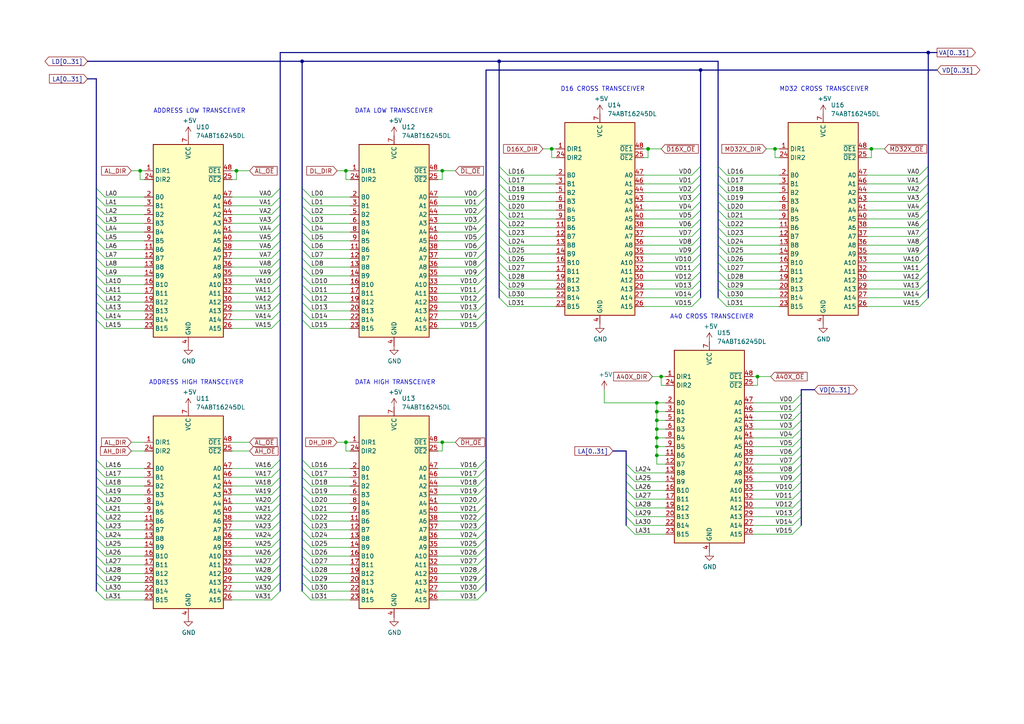
<source format=kicad_sch>
(kicad_sch (version 20231120) (generator "eeschema") (generator_version "8.0")
  (paper "A4")
  (title_block (title "k30-VME32") (rev "1"))
  (junction (at 190.5 124.46))
  (junction (at 224.79 43.18))
  (junction (at 190.5 132.08))
  (junction (at 187.96 43.18))
  (junction (at 128.27 128.27))
  (junction (at 190.5 129.54))
  (junction (at 190.5 119.38))
  (junction (at 100.33 49.53))
  (junction (at 128.27 49.53))
  (junction (at 87.63 17.78))
  (junction (at 269.24 15.24))
  (junction (at 190.5 116.84))
  (junction (at 68.58 49.53))
  (junction (at 191.77 109.22))
  (junction (at 252.73 43.18))
  (junction (at 219.71 109.22))
  (junction (at 203.2 20.32))
  (junction (at 100.33 128.27))
  (junction (at 144.78 17.78))
  (junction (at 190.5 127))
  (junction (at 190.5 121.92))
  (junction (at 40.64 49.53))
  (junction (at 160.02 43.18))
  (bus_entry (at 138.43 72.39) (size 2.54 -2.54))
  (bus_entry (at 78.74 95.25) (size 2.54 -2.54))
  (bus_entry (at 30.48 151.13) (size -2.54 -2.54))
  (bus_entry (at 210.82 53.34) (size -2.54 -2.54))
  (bus_entry (at 90.17 166.37) (size -2.54 -2.54))
  (bus_entry (at 229.87 154.94) (size 2.54 -2.54))
  (bus_entry (at 90.17 77.47) (size -2.54 -2.54))
  (bus_entry (at 138.43 77.47) (size 2.54 -2.54))
  (bus_entry (at 30.48 82.55) (size -2.54 -2.54))
  (bus_entry (at 90.17 140.97) (size -2.54 -2.54))
  (bus_entry (at 138.43 67.31) (size 2.54 -2.54))
  (bus_entry (at 266.7 78.74) (size 2.54 -2.54))
  (bus_entry (at 200.66 83.82) (size 2.54 -2.54))
  (bus_entry (at 90.17 168.91) (size -2.54 -2.54))
  (bus_entry (at 90.17 151.13) (size -2.54 -2.54))
  (bus_entry (at 147.32 83.82) (size -2.54 -2.54))
  (bus_entry (at 210.82 76.2) (size -2.54 -2.54))
  (bus_entry (at 138.43 87.63) (size 2.54 -2.54))
  (bus_entry (at 229.87 129.54) (size 2.54 -2.54))
  (bus_entry (at 147.32 55.88) (size -2.54 -2.54))
  (bus_entry (at 78.74 62.23) (size 2.54 -2.54))
  (bus_entry (at 90.17 67.31) (size -2.54 -2.54))
  (bus_entry (at 138.43 80.01) (size 2.54 -2.54))
  (bus_entry (at 210.82 60.96) (size -2.54 -2.54))
  (bus_entry (at 78.74 158.75) (size 2.54 -2.54))
  (bus_entry (at 90.17 64.77) (size -2.54 -2.54))
  (bus_entry (at 30.48 153.67) (size -2.54 -2.54))
  (bus_entry (at 30.48 146.05) (size -2.54 -2.54))
  (bus_entry (at 229.87 127) (size 2.54 -2.54))
  (bus_entry (at 78.74 148.59) (size 2.54 -2.54))
  (bus_entry (at 30.48 80.01) (size -2.54 -2.54))
  (bus_entry (at 138.43 62.23) (size 2.54 -2.54))
  (bus_entry (at 147.32 66.04) (size -2.54 -2.54))
  (bus_entry (at 229.87 121.92) (size 2.54 -2.54))
  (bus_entry (at 210.82 73.66) (size -2.54 -2.54))
  (bus_entry (at 200.66 50.8) (size 2.54 -2.54))
  (bus_entry (at 147.32 76.2) (size -2.54 -2.54))
  (bus_entry (at 147.32 78.74) (size -2.54 -2.54))
  (bus_entry (at 266.7 50.8) (size 2.54 -2.54))
  (bus_entry (at 229.87 137.16) (size 2.54 -2.54))
  (bus_entry (at 30.48 87.63) (size -2.54 -2.54))
  (bus_entry (at 229.87 134.62) (size 2.54 -2.54))
  (bus_entry (at 200.66 55.88) (size 2.54 -2.54))
  (bus_entry (at 266.7 73.66) (size 2.54 -2.54))
  (bus_entry (at 78.74 163.83) (size 2.54 -2.54))
  (bus_entry (at 200.66 63.5) (size 2.54 -2.54))
  (bus_entry (at 147.32 53.34) (size -2.54 -2.54))
  (bus_entry (at 30.48 173.99) (size -2.54 -2.54))
  (bus_entry (at 138.43 163.83) (size 2.54 -2.54))
  (bus_entry (at 147.32 73.66) (size -2.54 -2.54))
  (bus_entry (at 147.32 68.58) (size -2.54 -2.54))
  (bus_entry (at 229.87 144.78) (size 2.54 -2.54))
  (bus_entry (at 30.48 161.29) (size -2.54 -2.54))
  (bus_entry (at 78.74 143.51) (size 2.54 -2.54))
  (bus_entry (at 90.17 90.17) (size -2.54 -2.54))
  (bus_entry (at 210.82 58.42) (size -2.54 -2.54))
  (bus_entry (at 78.74 161.29) (size 2.54 -2.54))
  (bus_entry (at 210.82 63.5) (size -2.54 -2.54))
  (bus_entry (at 138.43 140.97) (size 2.54 -2.54))
  (bus_entry (at 78.74 59.69) (size 2.54 -2.54))
  (bus_entry (at 147.32 63.5) (size -2.54 -2.54))
  (bus_entry (at 210.82 71.12) (size -2.54 -2.54))
  (bus_entry (at 138.43 153.67) (size 2.54 -2.54))
  (bus_entry (at 138.43 168.91) (size 2.54 -2.54))
  (bus_entry (at 90.17 135.89) (size -2.54 -2.54))
  (bus_entry (at 90.17 72.39) (size -2.54 -2.54))
  (bus_entry (at 200.66 53.34) (size 2.54 -2.54))
  (bus_entry (at 78.74 140.97) (size 2.54 -2.54))
  (bus_entry (at 184.15 152.4) (size -2.54 -2.54))
  (bus_entry (at 266.7 60.96) (size 2.54 -2.54))
  (bus_entry (at 30.48 62.23) (size -2.54 -2.54))
  (bus_entry (at 138.43 95.25) (size 2.54 -2.54))
  (bus_entry (at 78.74 64.77) (size 2.54 -2.54))
  (bus_entry (at 78.74 166.37) (size 2.54 -2.54))
  (bus_entry (at 30.48 85.09) (size -2.54 -2.54))
  (bus_entry (at 30.48 64.77) (size -2.54 -2.54))
  (bus_entry (at 78.74 77.47) (size 2.54 -2.54))
  (bus_entry (at 138.43 146.05) (size 2.54 -2.54))
  (bus_entry (at 184.15 137.16) (size -2.54 -2.54))
  (bus_entry (at 78.74 69.85) (size 2.54 -2.54))
  (bus_entry (at 229.87 152.4) (size 2.54 -2.54))
  (bus_entry (at 30.48 92.71) (size -2.54 -2.54))
  (bus_entry (at 90.17 87.63) (size -2.54 -2.54))
  (bus_entry (at 78.74 57.15) (size 2.54 -2.54))
  (bus_entry (at 147.32 86.36) (size -2.54 -2.54))
  (bus_entry (at 200.66 73.66) (size 2.54 -2.54))
  (bus_entry (at 78.74 168.91) (size 2.54 -2.54))
  (bus_entry (at 78.74 74.93) (size 2.54 -2.54))
  (bus_entry (at 90.17 57.15) (size -2.54 -2.54))
  (bus_entry (at 90.17 80.01) (size -2.54 -2.54))
  (bus_entry (at 138.43 173.99) (size 2.54 -2.54))
  (bus_entry (at 90.17 158.75) (size -2.54 -2.54))
  (bus_entry (at 138.43 171.45) (size 2.54 -2.54))
  (bus_entry (at 30.48 95.25) (size -2.54 -2.54))
  (bus_entry (at 200.66 71.12) (size 2.54 -2.54))
  (bus_entry (at 138.43 82.55) (size 2.54 -2.54))
  (bus_entry (at 184.15 139.7) (size -2.54 -2.54))
  (bus_entry (at 138.43 69.85) (size 2.54 -2.54))
  (bus_entry (at 266.7 71.12) (size 2.54 -2.54))
  (bus_entry (at 184.15 144.78) (size -2.54 -2.54))
  (bus_entry (at 90.17 82.55) (size -2.54 -2.54))
  (bus_entry (at 78.74 138.43) (size 2.54 -2.54))
  (bus_entry (at 30.48 59.69) (size -2.54 -2.54))
  (bus_entry (at 78.74 151.13) (size 2.54 -2.54))
  (bus_entry (at 78.74 173.99) (size 2.54 -2.54))
  (bus_entry (at 266.7 58.42) (size 2.54 -2.54))
  (bus_entry (at 30.48 74.93) (size -2.54 -2.54))
  (bus_entry (at 90.17 171.45) (size -2.54 -2.54))
  (bus_entry (at 210.82 50.8) (size -2.54 -2.54))
  (bus_entry (at 200.66 86.36) (size 2.54 -2.54))
  (bus_entry (at 138.43 90.17) (size 2.54 -2.54))
  (bus_entry (at 184.15 154.94) (size -2.54 -2.54))
  (bus_entry (at 138.43 161.29) (size 2.54 -2.54))
  (bus_entry (at 229.87 139.7) (size 2.54 -2.54))
  (bus_entry (at 30.48 69.85) (size -2.54 -2.54))
  (bus_entry (at 210.82 68.58) (size -2.54 -2.54))
  (bus_entry (at 138.43 158.75) (size 2.54 -2.54))
  (bus_entry (at 90.17 163.83) (size -2.54 -2.54))
  (bus_entry (at 200.66 81.28) (size 2.54 -2.54))
  (bus_entry (at 138.43 85.09) (size 2.54 -2.54))
  (bus_entry (at 30.48 163.83) (size -2.54 -2.54))
  (bus_entry (at 147.32 88.9) (size -2.54 -2.54))
  (bus_entry (at 266.7 68.58) (size 2.54 -2.54))
  (bus_entry (at 30.48 168.91) (size -2.54 -2.54))
  (bus_entry (at 30.48 138.43) (size -2.54 -2.54))
  (bus_entry (at 78.74 85.09) (size 2.54 -2.54))
  (bus_entry (at 210.82 81.28) (size -2.54 -2.54))
  (bus_entry (at 138.43 156.21) (size 2.54 -2.54))
  (bus_entry (at 266.7 53.34) (size 2.54 -2.54))
  (bus_entry (at 266.7 86.36) (size 2.54 -2.54))
  (bus_entry (at 210.82 55.88) (size -2.54 -2.54))
  (bus_entry (at 229.87 119.38) (size 2.54 -2.54))
  (bus_entry (at 229.87 116.84) (size 2.54 -2.54))
  (bus_entry (at 78.74 171.45) (size 2.54 -2.54))
  (bus_entry (at 266.7 66.04) (size 2.54 -2.54))
  (bus_entry (at 229.87 142.24) (size 2.54 -2.54))
  (bus_entry (at 138.43 143.51) (size 2.54 -2.54))
  (bus_entry (at 138.43 74.93) (size 2.54 -2.54))
  (bus_entry (at 30.48 158.75) (size -2.54 -2.54))
  (bus_entry (at 138.43 148.59) (size 2.54 -2.54))
  (bus_entry (at 138.43 59.69) (size 2.54 -2.54))
  (bus_entry (at 30.48 171.45) (size -2.54 -2.54))
  (bus_entry (at 90.17 69.85) (size -2.54 -2.54))
  (bus_entry (at 90.17 85.09) (size -2.54 -2.54))
  (bus_entry (at 78.74 146.05) (size 2.54 -2.54))
  (bus_entry (at 90.17 74.93) (size -2.54 -2.54))
  (bus_entry (at 90.17 138.43) (size -2.54 -2.54))
  (bus_entry (at 30.48 72.39) (size -2.54 -2.54))
  (bus_entry (at 266.7 76.2) (size 2.54 -2.54))
  (bus_entry (at 200.66 58.42) (size 2.54 -2.54))
  (bus_entry (at 147.32 60.96) (size -2.54 -2.54))
  (bus_entry (at 147.32 81.28) (size -2.54 -2.54))
  (bus_entry (at 30.48 140.97) (size -2.54 -2.54))
  (bus_entry (at 30.48 143.51) (size -2.54 -2.54))
  (bus_entry (at 229.87 132.08) (size 2.54 -2.54))
  (bus_entry (at 266.7 83.82) (size 2.54 -2.54))
  (bus_entry (at 138.43 135.89) (size 2.54 -2.54))
  (bus_entry (at 78.74 87.63) (size 2.54 -2.54))
  (bus_entry (at 90.17 92.71) (size -2.54 -2.54))
  (bus_entry (at 184.15 149.86) (size -2.54 -2.54))
  (bus_entry (at 229.87 124.46) (size 2.54 -2.54))
  (bus_entry (at 200.66 60.96) (size 2.54 -2.54))
  (bus_entry (at 30.48 90.17) (size -2.54 -2.54))
  (bus_entry (at 30.48 67.31) (size -2.54 -2.54))
  (bus_entry (at 30.48 57.15) (size -2.54 -2.54))
  (bus_entry (at 200.66 76.2) (size 2.54 -2.54))
  (bus_entry (at 184.15 147.32) (size -2.54 -2.54))
  (bus_entry (at 30.48 156.21) (size -2.54 -2.54))
  (bus_entry (at 138.43 57.15) (size 2.54 -2.54))
  (bus_entry (at 78.74 135.89) (size 2.54 -2.54))
  (bus_entry (at 210.82 83.82) (size -2.54 -2.54))
  (bus_entry (at 90.17 161.29) (size -2.54 -2.54))
  (bus_entry (at 147.32 71.12) (size -2.54 -2.54))
  (bus_entry (at 266.7 88.9) (size 2.54 -2.54))
  (bus_entry (at 266.7 81.28) (size 2.54 -2.54))
  (bus_entry (at 90.17 173.99) (size -2.54 -2.54))
  (bus_entry (at 90.17 153.67) (size -2.54 -2.54))
  (bus_entry (at 210.82 66.04) (size -2.54 -2.54))
  (bus_entry (at 266.7 55.88) (size 2.54 -2.54))
  (bus_entry (at 78.74 92.71) (size 2.54 -2.54))
  (bus_entry (at 90.17 146.05) (size -2.54 -2.54))
  (bus_entry (at 210.82 86.36) (size -2.54 -2.54))
  (bus_entry (at 90.17 156.21) (size -2.54 -2.54))
  (bus_entry (at 78.74 90.17) (size 2.54 -2.54))
  (bus_entry (at 138.43 138.43) (size 2.54 -2.54))
  (bus_entry (at 229.87 149.86) (size 2.54 -2.54))
  (bus_entry (at 200.66 66.04) (size 2.54 -2.54))
  (bus_entry (at 200.66 78.74) (size 2.54 -2.54))
  (bus_entry (at 90.17 62.23) (size -2.54 -2.54))
  (bus_entry (at 30.48 166.37) (size -2.54 -2.54))
  (bus_entry (at 210.82 88.9) (size -2.54 -2.54))
  (bus_entry (at 200.66 88.9) (size 2.54 -2.54))
  (bus_entry (at 200.66 68.58) (size 2.54 -2.54))
  (bus_entry (at 90.17 59.69) (size -2.54 -2.54))
  (bus_entry (at 78.74 156.21) (size 2.54 -2.54))
  (bus_entry (at 184.15 142.24) (size -2.54 -2.54))
  (bus_entry (at 210.82 78.74) (size -2.54 -2.54))
  (bus_entry (at 90.17 148.59) (size -2.54 -2.54))
  (bus_entry (at 229.87 147.32) (size 2.54 -2.54))
  (bus_entry (at 138.43 166.37) (size 2.54 -2.54))
  (bus_entry (at 78.74 153.67) (size 2.54 -2.54))
  (bus_entry (at 90.17 95.25) (size -2.54 -2.54))
  (bus_entry (at 138.43 151.13) (size 2.54 -2.54))
  (bus_entry (at 78.74 80.01) (size 2.54 -2.54))
  (bus_entry (at 147.32 58.42) (size -2.54 -2.54))
  (bus_entry (at 266.7 63.5) (size 2.54 -2.54))
  (bus_entry (at 138.43 64.77) (size 2.54 -2.54))
  (bus_entry (at 30.48 135.89) (size -2.54 -2.54))
  (bus_entry (at 78.74 72.39) (size 2.54 -2.54))
  (bus_entry (at 30.48 148.59) (size -2.54 -2.54))
  (bus_entry (at 90.17 143.51) (size -2.54 -2.54))
  (bus_entry (at 78.74 67.31) (size 2.54 -2.54))
  (bus_entry (at 138.43 92.71) (size 2.54 -2.54))
  (bus_entry (at 30.48 77.47) (size -2.54 -2.54))
  (bus_entry (at 78.74 82.55) (size 2.54 -2.54))
  (bus_entry (at 147.32 50.8) (size -2.54 -2.54))
  (bus (pts (xy 27.94 166.37) (xy 27.94 168.91)))
  (wire (pts (xy 41.91 148.59) (xy 30.48 148.59)))
  (bus (pts (xy 87.63 64.77) (xy 87.63 67.31)))
  (bus (pts (xy 87.63 143.51) (xy 87.63 146.05)))
  (wire (pts (xy 218.44 154.94) (xy 229.87 154.94)))
  (wire (pts (xy 218.44 152.4) (xy 229.87 152.4)))
  (wire (pts (xy 251.46 55.88) (xy 266.7 55.88)))
  (bus (pts (xy 27.94 163.83) (xy 27.94 166.37)))
  (bus (pts (xy 140.97 77.47) (xy 140.97 80.01)))
  (bus (pts (xy 81.28 163.83) (xy 81.28 166.37)))
  (bus (pts (xy 269.24 50.8) (xy 269.24 53.34)))
  (bus (pts (xy 140.97 156.21) (xy 140.97 158.75)))
  (bus (pts (xy 208.28 58.42) (xy 208.28 55.88)))
  (bus (pts (xy 269.24 81.28) (xy 269.24 83.82)))
  (wire (pts (xy 251.46 88.9) (xy 266.7 88.9)))
  (wire (pts (xy 101.6 52.07) (xy 100.33 52.07)))
  (wire (pts (xy 100.33 49.53) (xy 101.6 49.53)))
  (bus (pts (xy 87.63 77.47) (xy 87.63 80.01)))
  (wire (pts (xy 193.04 154.94) (xy 184.15 154.94)))
  (bus (pts (xy 81.28 15.24) (xy 81.28 54.61)))
  (bus (pts (xy 87.63 163.83) (xy 87.63 166.37)))
  (wire (pts (xy 101.6 168.91) (xy 90.17 168.91)))
  (wire (pts (xy 127 166.37) (xy 138.43 166.37)))
  (wire (pts (xy 67.31 171.45) (xy 78.74 171.45)))
  (wire (pts (xy 67.31 72.39) (xy 78.74 72.39)))
  (wire (pts (xy 100.33 130.81) (xy 100.33 128.27)))
  (wire (pts (xy 186.69 86.36) (xy 200.66 86.36)))
  (wire (pts (xy 78.74 163.83) (xy 67.31 163.83)))
  (wire (pts (xy 184.15 137.16) (xy 193.04 137.16)))
  (wire (pts (xy 90.17 156.21) (xy 101.6 156.21)))
  (wire (pts (xy 251.46 53.34) (xy 266.7 53.34)))
  (wire (pts (xy 41.91 171.45) (xy 30.48 171.45)))
  (wire (pts (xy 41.91 74.93) (xy 30.48 74.93)))
  (wire (pts (xy 147.32 58.42) (xy 161.29 58.42)))
  (wire (pts (xy 127 140.97) (xy 138.43 140.97)))
  (wire (pts (xy 138.43 163.83) (xy 127 163.83)))
  (wire (pts (xy 78.74 64.77) (xy 67.31 64.77)))
  (wire (pts (xy 190.5 116.84) (xy 190.5 119.38)))
  (wire (pts (xy 161.29 60.96) (xy 147.32 60.96)))
  (wire (pts (xy 138.43 85.09) (xy 127 85.09)))
  (bus (pts (xy 140.97 148.59) (xy 140.97 151.13)))
  (bus (pts (xy 87.63 156.21) (xy 87.63 158.75)))
  (bus (pts (xy 87.63 57.15) (xy 87.63 59.69)))
  (bus (pts (xy 208.28 50.8) (xy 208.28 48.26)))
  (bus (pts (xy 208.28 53.34) (xy 208.28 50.8)))
  (bus (pts (xy 87.63 92.71) (xy 87.63 133.35)))
  (wire (pts (xy 218.44 124.46) (xy 229.87 124.46)))
  (bus (pts (xy 232.41 144.78) (xy 232.41 147.32)))
  (bus (pts (xy 81.28 62.23) (xy 81.28 64.77)))
  (wire (pts (xy 218.44 134.62) (xy 229.87 134.62)))
  (wire (pts (xy 67.31 49.53) (xy 68.58 49.53)))
  (wire (pts (xy 186.69 88.9) (xy 200.66 88.9)))
  (wire (pts (xy 161.29 55.88) (xy 147.32 55.88)))
  (wire (pts (xy 187.96 45.72) (xy 187.96 43.18)))
  (wire (pts (xy 100.33 52.07) (xy 100.33 49.53)))
  (wire (pts (xy 210.82 71.12) (xy 226.06 71.12)))
  (wire (pts (xy 127 67.31) (xy 138.43 67.31)))
  (bus (pts (xy 203.2 50.8) (xy 203.2 53.34)))
  (wire (pts (xy 67.31 153.67) (xy 78.74 153.67)))
  (bus (pts (xy 232.41 129.54) (xy 232.41 132.08)))
  (wire (pts (xy 193.04 152.4) (xy 184.15 152.4)))
  (wire (pts (xy 189.23 109.22) (xy 191.77 109.22)))
  (wire (pts (xy 127 62.23) (xy 138.43 62.23)))
  (bus (pts (xy 140.97 20.32) (xy 203.2 20.32)))
  (wire (pts (xy 210.82 58.42) (xy 226.06 58.42)))
  (bus (pts (xy 27.94 54.61) (xy 27.94 57.15)))
  (wire (pts (xy 41.91 87.63) (xy 30.48 87.63)))
  (wire (pts (xy 161.29 53.34) (xy 147.32 53.34)))
  (bus (pts (xy 269.24 15.24) (xy 81.28 15.24)))
  (bus (pts (xy 208.28 66.04) (xy 208.28 63.5)))
  (wire (pts (xy 67.31 74.93) (xy 78.74 74.93)))
  (bus (pts (xy 81.28 168.91) (xy 81.28 171.45)))
  (bus (pts (xy 144.78 53.34) (xy 144.78 55.88)))
  (bus (pts (xy 144.78 17.78) (xy 144.78 48.26)))
  (bus (pts (xy 208.28 73.66) (xy 208.28 71.12)))
  (wire (pts (xy 68.58 52.07) (xy 68.58 49.53)))
  (wire (pts (xy 226.06 88.9) (xy 210.82 88.9)))
  (wire (pts (xy 251.46 83.82) (xy 266.7 83.82)))
  (bus (pts (xy 87.63 146.05) (xy 87.63 148.59)))
  (bus (pts (xy 203.2 63.5) (xy 203.2 66.04)))
  (wire (pts (xy 127 173.99) (xy 138.43 173.99)))
  (wire (pts (xy 78.74 156.21) (xy 67.31 156.21)))
  (wire (pts (xy 226.06 63.5) (xy 210.82 63.5)))
  (bus (pts (xy 208.28 76.2) (xy 208.28 73.66)))
  (wire (pts (xy 219.71 111.76) (xy 219.71 109.22)))
  (bus (pts (xy 27.94 57.15) (xy 27.94 59.69)))
  (bus (pts (xy 269.24 63.5) (xy 269.24 66.04)))
  (wire (pts (xy 67.31 168.91) (xy 78.74 168.91)))
  (bus (pts (xy 27.94 62.23) (xy 27.94 64.77)))
  (wire (pts (xy 190.5 124.46) (xy 190.5 127)))
  (bus (pts (xy 27.94 161.29) (xy 27.94 163.83)))
  (bus (pts (xy 81.28 153.67) (xy 81.28 156.21)))
  (bus (pts (xy 144.78 50.8) (xy 144.78 53.34)))
  (wire (pts (xy 218.44 132.08) (xy 229.87 132.08)))
  (bus (pts (xy 232.41 121.92) (xy 232.41 124.46)))
  (bus (pts (xy 87.63 69.85) (xy 87.63 72.39)))
  (wire (pts (xy 160.02 43.18) (xy 161.29 43.18)))
  (bus (pts (xy 181.61 144.78) (xy 181.61 142.24)))
  (bus (pts (xy 181.61 142.24) (xy 181.61 139.7)))
  (wire (pts (xy 127 69.85) (xy 138.43 69.85)))
  (bus (pts (xy 144.78 76.2) (xy 144.78 78.74)))
  (wire (pts (xy 200.66 78.74) (xy 186.69 78.74)))
  (bus (pts (xy 181.61 137.16) (xy 181.61 134.62)))
  (bus (pts (xy 208.28 81.28) (xy 208.28 78.74)))
  (wire (pts (xy 30.48 135.89) (xy 41.91 135.89)))
  (wire (pts (xy 186.69 45.72) (xy 187.96 45.72)))
  (bus (pts (xy 144.78 78.74) (xy 144.78 81.28)))
  (bus (pts (xy 27.94 82.55) (xy 27.94 85.09)))
  (bus (pts (xy 81.28 151.13) (xy 81.28 153.67)))
  (bus (pts (xy 181.61 130.81) (xy 177.8 130.81)))
  (wire (pts (xy 127 59.69) (xy 138.43 59.69)))
  (bus (pts (xy 27.94 77.47) (xy 27.94 80.01)))
  (bus (pts (xy 269.24 68.58) (xy 269.24 71.12)))
  (wire (pts (xy 127 158.75) (xy 138.43 158.75)))
  (wire (pts (xy 67.31 87.63) (xy 78.74 87.63)))
  (wire (pts (xy 210.82 50.8) (xy 226.06 50.8)))
  (bus (pts (xy 27.94 158.75) (xy 27.94 161.29)))
  (wire (pts (xy 67.31 59.69) (xy 78.74 59.69)))
  (bus (pts (xy 140.97 64.77) (xy 140.97 67.31)))
  (wire (pts (xy 78.74 135.89) (xy 67.31 135.89)))
  (bus (pts (xy 144.78 60.96) (xy 144.78 63.5)))
  (bus (pts (xy 232.41 132.08) (xy 232.41 134.62)))
  (wire (pts (xy 41.91 72.39) (xy 30.48 72.39)))
  (wire (pts (xy 226.06 83.82) (xy 210.82 83.82)))
  (wire (pts (xy 218.44 149.86) (xy 229.87 149.86)))
  (wire (pts (xy 190.5 127) (xy 193.04 127)))
  (bus (pts (xy 140.97 140.97) (xy 140.97 143.51)))
  (bus (pts (xy 203.2 58.42) (xy 203.2 60.96)))
  (bus (pts (xy 140.97 59.69) (xy 140.97 62.23)))
  (bus (pts (xy 208.28 55.88) (xy 208.28 53.34)))
  (bus (pts (xy 81.28 67.31) (xy 81.28 69.85)))
  (bus (pts (xy 236.22 113.03) (xy 232.41 113.03)))
  (bus (pts (xy 81.28 77.47) (xy 81.28 80.01)))
  (wire (pts (xy 101.6 80.01) (xy 90.17 80.01)))
  (bus (pts (xy 87.63 90.17) (xy 87.63 92.71)))
  (wire (pts (xy 38.1 49.53) (xy 40.64 49.53)))
  (bus (pts (xy 27.94 156.21) (xy 27.94 158.75)))
  (bus (pts (xy 81.28 72.39) (xy 81.28 74.93)))
  (bus (pts (xy 140.97 92.71) (xy 140.97 133.35)))
  (wire (pts (xy 67.31 173.99) (xy 78.74 173.99)))
  (wire (pts (xy 157.48 43.18) (xy 160.02 43.18)))
  (bus (pts (xy 27.94 148.59) (xy 27.94 151.13)))
  (bus (pts (xy 269.24 76.2) (xy 269.24 78.74)))
  (bus (pts (xy 87.63 161.29) (xy 87.63 163.83)))
  (bus (pts (xy 87.63 54.61) (xy 87.63 17.78)))
  (wire (pts (xy 41.91 67.31) (xy 30.48 67.31)))
  (bus (pts (xy 25.4 22.86) (xy 27.94 22.86)))
  (bus (pts (xy 140.97 168.91) (xy 140.97 171.45)))
  (wire (pts (xy 147.32 50.8) (xy 161.29 50.8)))
  (wire (pts (xy 67.31 128.27) (xy 72.39 128.27)))
  (wire (pts (xy 186.69 66.04) (xy 200.66 66.04)))
  (wire (pts (xy 190.5 119.38) (xy 193.04 119.38)))
  (wire (pts (xy 186.69 55.88) (xy 200.66 55.88)))
  (wire (pts (xy 41.91 161.29) (xy 30.48 161.29)))
  (wire (pts (xy 218.44 109.22) (xy 219.71 109.22)))
  (bus (pts (xy 203.2 83.82) (xy 203.2 86.36)))
  (wire (pts (xy 218.44 116.84) (xy 229.87 116.84)))
  (wire (pts (xy 101.6 92.71) (xy 90.17 92.71)))
  (wire (pts (xy 101.6 171.45) (xy 90.17 171.45)))
  (bus (pts (xy 140.97 158.75) (xy 140.97 161.29)))
  (bus (pts (xy 232.41 116.84) (xy 232.41 119.38)))
  (bus (pts (xy 144.78 83.82) (xy 144.78 86.36)))
  (wire (pts (xy 101.6 59.69) (xy 90.17 59.69)))
  (bus (pts (xy 269.24 60.96) (xy 269.24 63.5)))
  (bus (pts (xy 27.94 85.09) (xy 27.94 87.63)))
  (wire (pts (xy 67.31 138.43) (xy 78.74 138.43)))
  (bus (pts (xy 208.28 60.96) (xy 208.28 58.42)))
  (bus (pts (xy 203.2 73.66) (xy 203.2 76.2)))
  (wire (pts (xy 218.44 142.24) (xy 229.87 142.24)))
  (wire (pts (xy 67.31 92.71) (xy 78.74 92.71)))
  (bus (pts (xy 81.28 90.17) (xy 81.28 92.71)))
  (wire (pts (xy 184.15 144.78) (xy 193.04 144.78)))
  (bus (pts (xy 208.28 71.12) (xy 208.28 68.58)))
  (bus (pts (xy 87.63 166.37) (xy 87.63 168.91)))
  (bus (pts (xy 81.28 156.21) (xy 81.28 158.75)))
  (bus (pts (xy 203.2 53.34) (xy 203.2 55.88)))
  (bus (pts (xy 27.94 92.71) (xy 27.94 133.35)))
  (bus (pts (xy 181.61 147.32) (xy 181.61 144.78)))
  (wire (pts (xy 190.5 132.08) (xy 193.04 132.08)))
  (wire (pts (xy 190.5 129.54) (xy 190.5 132.08)))
  (bus (pts (xy 81.28 148.59) (xy 81.28 151.13)))
  (bus (pts (xy 269.24 66.04) (xy 269.24 68.58)))
  (bus (pts (xy 81.28 57.15) (xy 81.28 59.69)))
  (wire (pts (xy 218.44 144.78) (xy 229.87 144.78)))
  (bus (pts (xy 140.97 151.13) (xy 140.97 153.67)))
  (wire (pts (xy 190.5 129.54) (xy 193.04 129.54)))
  (wire (pts (xy 138.43 156.21) (xy 127 156.21)))
  (wire (pts (xy 138.43 57.15) (xy 127 57.15)))
  (wire (pts (xy 193.04 111.76) (xy 191.77 111.76)))
  (wire (pts (xy 161.29 63.5) (xy 147.32 63.5)))
  (bus (pts (xy 140.97 82.55) (xy 140.97 85.09)))
  (wire (pts (xy 78.74 85.09) (xy 67.31 85.09)))
  (wire (pts (xy 67.31 140.97) (xy 78.74 140.97)))
  (bus (pts (xy 203.2 81.28) (xy 203.2 83.82)))
  (wire (pts (xy 68.58 49.53) (xy 72.39 49.53)))
  (bus (pts (xy 269.24 48.26) (xy 269.24 50.8)))
  (wire (pts (xy 101.6 158.75) (xy 90.17 158.75)))
  (bus (pts (xy 208.28 48.26) (xy 208.28 17.78)))
  (wire (pts (xy 222.25 43.18) (xy 224.79 43.18)))
  (wire (pts (xy 41.91 166.37) (xy 30.48 166.37)))
  (wire (pts (xy 251.46 68.58) (xy 266.7 68.58)))
  (bus (pts (xy 27.94 153.67) (xy 27.94 156.21)))
  (bus (pts (xy 181.61 139.7) (xy 181.61 137.16)))
  (bus (pts (xy 232.41 134.62) (xy 232.41 137.16)))
  (wire (pts (xy 127 171.45) (xy 138.43 171.45)))
  (wire (pts (xy 127 146.05) (xy 138.43 146.05)))
  (bus (pts (xy 140.97 138.43) (xy 140.97 140.97)))
  (wire (pts (xy 193.04 142.24) (xy 184.15 142.24)))
  (wire (pts (xy 41.91 80.01) (xy 30.48 80.01)))
  (bus (pts (xy 144.78 55.88) (xy 144.78 58.42)))
  (bus (pts (xy 140.97 74.93) (xy 140.97 77.47)))
  (wire (pts (xy 266.7 50.8) (xy 251.46 50.8)))
  (bus (pts (xy 27.94 138.43) (xy 27.94 140.97)))
  (bus (pts (xy 232.41 137.16) (xy 232.41 139.7)))
  (bus (pts (xy 140.97 153.67) (xy 140.97 156.21)))
  (bus (pts (xy 81.28 59.69) (xy 81.28 62.23)))
  (wire (pts (xy 200.66 71.12) (xy 186.69 71.12)))
  (bus (pts (xy 87.63 135.89) (xy 87.63 138.43)))
  (bus (pts (xy 81.28 64.77) (xy 81.28 67.31)))
  (wire (pts (xy 41.91 153.67) (xy 30.48 153.67)))
  (bus (pts (xy 87.63 133.35) (xy 87.63 135.89)))
  (wire (pts (xy 101.6 151.13) (xy 90.17 151.13)))
  (wire (pts (xy 41.91 90.17) (xy 30.48 90.17)))
  (bus (pts (xy 181.61 152.4) (xy 181.61 149.86)))
  (wire (pts (xy 138.43 135.89) (xy 127 135.89)))
  (wire (pts (xy 218.44 147.32) (xy 229.87 147.32)))
  (bus (pts (xy 87.63 153.67) (xy 87.63 156.21)))
  (wire (pts (xy 78.74 143.51) (xy 67.31 143.51)))
  (wire (pts (xy 90.17 57.15) (xy 101.6 57.15)))
  (bus (pts (xy 208.28 17.78) (xy 144.78 17.78)))
  (bus (pts (xy 81.28 143.51) (xy 81.28 146.05)))
  (wire (pts (xy 97.79 128.27) (xy 100.33 128.27)))
  (bus (pts (xy 269.24 73.66) (xy 269.24 76.2)))
  (wire (pts (xy 127 151.13) (xy 138.43 151.13)))
  (wire (pts (xy 226.06 60.96) (xy 210.82 60.96)))
  (wire (pts (xy 30.48 156.21) (xy 41.91 156.21)))
  (wire (pts (xy 30.48 77.47) (xy 41.91 77.47)))
  (bus (pts (xy 144.78 73.66) (xy 144.78 76.2)))
  (bus (pts (xy 81.28 161.29) (xy 81.28 163.83)))
  (bus (pts (xy 87.63 72.39) (xy 87.63 74.93)))
  (wire (pts (xy 218.44 119.38) (xy 229.87 119.38)))
  (bus (pts (xy 203.2 66.04) (xy 203.2 68.58)))
  (wire (pts (xy 41.91 52.07) (xy 40.64 52.07)))
  (wire (pts (xy 67.31 95.25) (xy 78.74 95.25)))
  (wire (pts (xy 191.77 111.76) (xy 191.77 109.22)))
  (wire (pts (xy 251.46 86.36) (xy 266.7 86.36)))
  (wire (pts (xy 67.31 69.85) (xy 78.74 69.85)))
  (wire (pts (xy 101.6 95.25) (xy 90.17 95.25)))
  (bus (pts (xy 81.28 146.05) (xy 81.28 148.59)))
  (bus (pts (xy 208.28 68.58) (xy 208.28 66.04)))
  (bus (pts (xy 87.63 59.69) (xy 87.63 62.23)))
  (bus (pts (xy 232.41 142.24) (xy 232.41 144.78)))
  (bus (pts (xy 144.78 58.42) (xy 144.78 60.96)))
  (wire (pts (xy 224.79 45.72) (xy 224.79 43.18)))
  (wire (pts (xy 101.6 146.05) (xy 90.17 146.05)))
  (wire (pts (xy 101.6 72.39) (xy 90.17 72.39)))
  (wire (pts (xy 226.06 86.36) (xy 210.82 86.36)))
  (bus (pts (xy 208.28 63.5) (xy 208.28 60.96)))
  (wire (pts (xy 101.6 90.17) (xy 90.17 90.17)))
  (wire (pts (xy 186.69 81.28) (xy 200.66 81.28)))
  (bus (pts (xy 140.97 87.63) (xy 140.97 90.17)))
  (wire (pts (xy 67.31 148.59) (xy 78.74 148.59)))
  (wire (pts (xy 101.6 173.99) (xy 90.17 173.99)))
  (wire (pts (xy 101.6 87.63) (xy 90.17 87.63)))
  (wire (pts (xy 190.5 124.46) (xy 193.04 124.46)))
  (bus (pts (xy 27.94 59.69) (xy 27.94 62.23)))
  (wire (pts (xy 90.17 64.77) (xy 101.6 64.77)))
  (wire (pts (xy 101.6 161.29) (xy 90.17 161.29)))
  (bus (pts (xy 269.24 78.74) (xy 269.24 81.28)))
  (bus (pts (xy 81.28 133.35) (xy 81.28 135.89)))
  (bus (pts (xy 87.63 82.55) (xy 87.63 85.09)))
  (wire (pts (xy 218.44 129.54) (xy 229.87 129.54)))
  (bus (pts (xy 27.94 72.39) (xy 27.94 74.93)))
  (wire (pts (xy 226.06 55.88) (xy 210.82 55.88)))
  (bus (pts (xy 181.61 134.62) (xy 181.61 130.81)))
  (wire (pts (xy 127 80.01) (xy 138.43 80.01)))
  (bus (pts (xy 144.78 81.28) (xy 144.78 83.82)))
  (wire (pts (xy 251.46 60.96) (xy 266.7 60.96)))
  (bus (pts (xy 203.2 20.32) (xy 271.78 20.32)))
  (bus (pts (xy 27.94 143.51) (xy 27.94 146.05)))
  (bus (pts (xy 203.2 48.26) (xy 203.2 50.8)))
  (wire (pts (xy 41.91 158.75) (xy 30.48 158.75)))
  (bus (pts (xy 81.28 166.37) (xy 81.28 168.91)))
  (bus (pts (xy 269.24 15.24) (xy 271.78 15.24)))
  (bus (pts (xy 232.41 127) (xy 232.41 129.54)))
  (wire (pts (xy 175.26 116.84) (xy 190.5 116.84)))
  (wire (pts (xy 186.69 43.18) (xy 187.96 43.18)))
  (wire (pts (xy 186.69 60.96) (xy 200.66 60.96)))
  (bus (pts (xy 269.24 53.34) (xy 269.24 55.88)))
  (bus (pts (xy 87.63 140.97) (xy 87.63 143.51)))
  (wire (pts (xy 226.06 66.04) (xy 210.82 66.04)))
  (wire (pts (xy 67.31 130.81) (xy 72.39 130.81)))
  (bus (pts (xy 87.63 17.78) (xy 144.78 17.78)))
  (bus (pts (xy 87.63 85.09) (xy 87.63 87.63)))
  (wire (pts (xy 186.69 53.34) (xy 200.66 53.34)))
  (wire (pts (xy 200.66 58.42) (xy 186.69 58.42)))
  (wire (pts (xy 38.1 128.27) (xy 41.91 128.27)))
  (wire (pts (xy 251.46 45.72) (xy 252.73 45.72)))
  (wire (pts (xy 190.5 127) (xy 190.5 129.54)))
  (wire (pts (xy 67.31 146.05) (xy 78.74 146.05)))
  (bus (pts (xy 181.61 149.86) (xy 181.61 147.32)))
  (wire (pts (xy 161.29 76.2) (xy 147.32 76.2)))
  (wire (pts (xy 30.48 64.77) (xy 41.91 64.77)))
  (bus (pts (xy 203.2 55.88) (xy 203.2 58.42)))
  (bus (pts (xy 232.41 124.46) (xy 232.41 127)))
  (wire (pts (xy 127 49.53) (xy 128.27 49.53)))
  (wire (pts (xy 161.29 45.72) (xy 160.02 45.72)))
  (bus (pts (xy 140.97 57.15) (xy 140.97 59.69)))
  (bus (pts (xy 87.63 54.61) (xy 87.63 57.15)))
  (bus (pts (xy 208.28 86.36) (xy 208.28 83.82)))
  (bus (pts (xy 232.41 139.7) (xy 232.41 142.24)))
  (bus (pts (xy 140.97 133.35) (xy 140.97 135.89)))
  (bus (pts (xy 269.24 58.42) (xy 269.24 60.96)))
  (bus (pts (xy 140.97 80.01) (xy 140.97 82.55)))
  (wire (pts (xy 67.31 62.23) (xy 78.74 62.23)))
  (wire (pts (xy 101.6 153.67) (xy 90.17 153.67)))
  (bus (pts (xy 87.63 17.78) (xy 25.4 17.78)))
  (bus (pts (xy 81.28 135.89) (xy 81.28 138.43)))
  (wire (pts (xy 67.31 166.37) (xy 78.74 166.37)))
  (wire (pts (xy 127 168.91) (xy 138.43 168.91)))
  (wire (pts (xy 147.32 71.12) (xy 161.29 71.12)))
  (wire (pts (xy 186.69 76.2) (xy 200.66 76.2)))
  (bus (pts (xy 27.94 80.01) (xy 27.94 82.55)))
  (wire (pts (xy 127 90.17) (xy 138.43 90.17)))
  (wire (pts (xy 266.7 71.12) (xy 251.46 71.12)))
  (bus (pts (xy 140.97 146.05) (xy 140.97 148.59)))
  (wire (pts (xy 226.06 53.34) (xy 210.82 53.34)))
  (bus (pts (xy 140.97 163.83) (xy 140.97 166.37)))
  (wire (pts (xy 41.91 168.91) (xy 30.48 168.91)))
  (wire (pts (xy 41.91 59.69) (xy 30.48 59.69)))
  (wire (pts (xy 127 95.25) (xy 138.43 95.25)))
  (wire (pts (xy 78.74 77.47) (xy 67.31 77.47)))
  (wire (pts (xy 190.5 132.08) (xy 190.5 134.62)))
  (bus (pts (xy 203.2 68.58) (xy 203.2 71.12)))
  (bus (pts (xy 140.97 166.37) (xy 140.97 168.91)))
  (wire (pts (xy 90.17 143.51) (xy 101.6 143.51)))
  (bus (pts (xy 208.28 83.82) (xy 208.28 81.28)))
  (wire (pts (xy 138.43 143.51) (xy 127 143.51)))
  (wire (pts (xy 224.79 43.18) (xy 226.06 43.18)))
  (bus (pts (xy 87.63 138.43) (xy 87.63 140.97)))
  (bus (pts (xy 81.28 82.55) (xy 81.28 85.09)))
  (wire (pts (xy 67.31 151.13) (xy 78.74 151.13)))
  (wire (pts (xy 127 130.81) (xy 128.27 130.81)))
  (wire (pts (xy 100.33 128.27) (xy 101.6 128.27)))
  (bus (pts (xy 87.63 62.23) (xy 87.63 64.77)))
  (bus (pts (xy 27.94 168.91) (xy 27.94 171.45)))
  (wire (pts (xy 67.31 80.01) (xy 78.74 80.01)))
  (bus (pts (xy 87.63 148.59) (xy 87.63 151.13)))
  (wire (pts (xy 41.91 92.71) (xy 30.48 92.71)))
  (bus (pts (xy 269.24 83.82) (xy 269.24 86.36)))
  (wire (pts (xy 147.32 78.74) (xy 161.29 78.74)))
  (wire (pts (xy 218.44 111.76) (xy 219.71 111.76)))
  (wire (pts (xy 127 52.07) (xy 128.27 52.07)))
  (bus (pts (xy 208.28 78.74) (xy 208.28 76.2)))
  (bus (pts (xy 140.97 85.09) (xy 140.97 87.63)))
  (wire (pts (xy 41.91 140.97) (xy 30.48 140.97)))
  (bus (pts (xy 27.94 54.61) (xy 27.94 22.86)))
  (wire (pts (xy 193.04 134.62) (xy 190.5 134.62)))
  (wire (pts (xy 30.48 85.09) (xy 41.91 85.09)))
  (wire (pts (xy 101.6 138.43) (xy 90.17 138.43)))
  (wire (pts (xy 67.31 161.29) (xy 78.74 161.29)))
  (wire (pts (xy 186.69 63.5) (xy 200.66 63.5)))
  (bus (pts (xy 232.41 147.32) (xy 232.41 149.86)))
  (wire (pts (xy 30.48 57.15) (xy 41.91 57.15)))
  (bus (pts (xy 81.28 87.63) (xy 81.28 90.17)))
  (bus (pts (xy 140.97 69.85) (xy 140.97 72.39)))
  (bus (pts (xy 232.41 113.03) (xy 232.41 114.3)))
  (wire (pts (xy 175.26 113.03) (xy 175.26 116.84)))
  (wire (pts (xy 251.46 66.04) (xy 266.7 66.04)))
  (wire (pts (xy 161.29 86.36) (xy 147.32 86.36)))
  (wire (pts (xy 78.74 57.15) (xy 67.31 57.15)))
  (wire (pts (xy 67.31 52.07) (xy 68.58 52.07)))
  (wire (pts (xy 226.06 76.2) (xy 210.82 76.2)))
  (wire (pts (xy 186.69 73.66) (xy 200.66 73.66)))
  (wire (pts (xy 127 161.29) (xy 138.43 161.29)))
  (wire (pts (xy 128.27 130.81) (xy 128.27 128.27)))
  (wire (pts (xy 193.04 147.32) (xy 184.15 147.32)))
  (bus (pts (xy 232.41 114.3) (xy 232.41 116.84)))
  (wire (pts (xy 127 74.93) (xy 138.43 74.93)))
  (wire (pts (xy 101.6 130.81) (xy 100.33 130.81)))
  (wire (pts (xy 186.69 83.82) (xy 200.66 83.82)))
  (wire (pts (xy 90.17 77.47) (xy 101.6 77.47)))
  (wire (pts (xy 101.6 140.97) (xy 90.17 140.97)))
  (bus (pts (xy 232.41 119.38) (xy 232.41 121.92)))
  (wire (pts (xy 251.46 76.2) (xy 266.7 76.2)))
  (bus (pts (xy 140.97 161.29) (xy 140.97 163.83)))
  (wire (pts (xy 200.66 50.8) (xy 186.69 50.8)))
  (wire (pts (xy 38.1 130.81) (xy 41.91 130.81)))
  (wire (pts (xy 127 148.59) (xy 138.43 148.59)))
  (bus (pts (xy 203.2 20.32) (xy 203.2 48.26)))
  (wire (pts (xy 127 72.39) (xy 138.43 72.39)))
  (wire (pts (xy 127 128.27) (xy 128.27 128.27)))
  (wire (pts (xy 193.04 149.86) (xy 184.15 149.86)))
  (wire (pts (xy 251.46 43.18) (xy 252.73 43.18)))
  (wire (pts (xy 161.29 81.28) (xy 147.32 81.28)))
  (bus (pts (xy 144.78 63.5) (xy 144.78 66.04)))
  (wire (pts (xy 41.91 62.23) (xy 30.48 62.23)))
  (bus (pts (xy 203.2 71.12) (xy 203.2 73.66)))
  (bus (pts (xy 140.97 67.31) (xy 140.97 69.85)))
  (wire (pts (xy 190.5 116.84) (xy 193.04 116.84)))
  (bus (pts (xy 27.94 151.13) (xy 27.94 153.67)))
  (wire (pts (xy 41.91 138.43) (xy 30.48 138.43)))
  (bus (pts (xy 27.94 87.63) (xy 27.94 90.17)))
  (bus (pts (xy 87.63 67.31) (xy 87.63 69.85)))
  (wire (pts (xy 190.5 119.38) (xy 190.5 121.92)))
  (wire (pts (xy 101.6 67.31) (xy 90.17 67.31)))
  (wire (pts (xy 266.7 78.74) (xy 251.46 78.74)))
  (wire (pts (xy 226.06 73.66) (xy 210.82 73.66)))
  (bus (pts (xy 87.63 80.01) (xy 87.63 82.55)))
  (wire (pts (xy 127 82.55) (xy 138.43 82.55)))
  (bus (pts (xy 140.97 20.32) (xy 140.97 54.61)))
  (bus (pts (xy 81.28 158.75) (xy 81.28 161.29)))
  (bus (pts (xy 87.63 151.13) (xy 87.63 153.67)))
  (wire (pts (xy 101.6 148.59) (xy 90.17 148.59)))
  (bus (pts (xy 87.63 168.91) (xy 87.63 171.45)))
  (wire (pts (xy 41.91 69.85) (xy 30.48 69.85)))
  (wire (pts (xy 161.29 66.04) (xy 147.32 66.04)))
  (wire (pts (xy 161.29 68.58) (xy 147.32 68.58)))
  (bus (pts (xy 27.94 146.05) (xy 27.94 148.59)))
  (wire (pts (xy 127 153.67) (xy 138.43 153.67)))
  (wire (pts (xy 191.77 109.22) (xy 193.04 109.22)))
  (wire (pts (xy 101.6 166.37) (xy 90.17 166.37)))
  (bus (pts (xy 144.78 48.26) (xy 144.78 50.8)))
  (bus (pts (xy 203.2 60.96) (xy 203.2 63.5)))
  (bus (pts (xy 81.28 54.61) (xy 81.28 57.15)))
  (bus (pts (xy 27.94 74.93) (xy 27.94 77.47)))
  (wire (pts (xy 138.43 77.47) (xy 127 77.47)))
  (bus (pts (xy 81.28 74.93) (xy 81.28 77.47)))
  (wire (pts (xy 266.7 58.42) (xy 251.46 58.42)))
  (wire (pts (xy 67.31 158.75) (xy 78.74 158.75)))
  (wire (pts (xy 41.91 82.55) (xy 30.48 82.55)))
  (wire (pts (xy 226.06 45.72) (xy 224.79 45.72)))
  (wire (pts (xy 40.64 49.53) (xy 41.91 49.53)))
  (wire (pts (xy 219.71 109.22) (xy 223.52 109.22)))
  (wire (pts (xy 41.91 151.13) (xy 30.48 151.13)))
  (wire (pts (xy 90.17 163.83) (xy 101.6 163.83)))
  (bus (pts (xy 269.24 15.24) (xy 269.24 48.26)))
  (bus (pts (xy 269.24 71.12) (xy 269.24 73.66)))
  (wire (pts (xy 30.48 143.51) (xy 41.91 143.51)))
  (bus (pts (xy 140.97 62.23) (xy 140.97 64.77)))
  (wire (pts (xy 252.73 43.18) (xy 256.54 43.18)))
  (wire (pts (xy 252.73 45.72) (xy 252.73 43.18)))
  (wire (pts (xy 30.48 163.83) (xy 41.91 163.83)))
  (bus (pts (xy 27.94 64.77) (xy 27.94 67.31)))
  (wire (pts (xy 251.46 81.28) (xy 266.7 81.28)))
  (bus (pts (xy 27.94 135.89) (xy 27.94 138.43)))
  (wire (pts (xy 90.17 135.89) (xy 101.6 135.89)))
  (bus (pts (xy 203.2 78.74) (xy 203.2 81.28)))
  (bus (pts (xy 81.28 138.43) (xy 81.28 140.97)))
  (wire (pts (xy 97.79 49.53) (xy 100.33 49.53)))
  (wire (pts (xy 101.6 74.93) (xy 90.17 74.93)))
  (bus (pts (xy 144.78 71.12) (xy 144.78 73.66)))
  (wire (pts (xy 210.82 78.74) (xy 226.06 78.74)))
  (bus (pts (xy 140.97 135.89) (xy 140.97 138.43)))
  (bus (pts (xy 27.94 140.97) (xy 27.94 143.51)))
  (wire (pts (xy 226.06 81.28) (xy 210.82 81.28)))
  (bus (pts (xy 27.94 67.31) (xy 27.94 69.85)))
  (wire (pts (xy 128.27 128.27) (xy 132.08 128.27)))
  (wire (pts (xy 161.29 73.66) (xy 147.32 73.66)))
  (bus (pts (xy 140.97 90.17) (xy 140.97 92.71)))
  (wire (pts (xy 127 92.71) (xy 138.43 92.71)))
  (bus (pts (xy 87.63 87.63) (xy 87.63 90.17)))
  (wire (pts (xy 128.27 52.07) (xy 128.27 49.53)))
  (wire (pts (xy 218.44 121.92) (xy 229.87 121.92)))
  (wire (pts (xy 190.5 121.92) (xy 190.5 124.46)))
  (wire (pts (xy 251.46 63.5) (xy 266.7 63.5)))
  (wire (pts (xy 128.27 49.53) (xy 132.08 49.53)))
  (wire (pts (xy 101.6 69.85) (xy 90.17 69.85)))
  (bus (pts (xy 140.97 54.61) (xy 140.97 57.15)))
  (wire (pts (xy 218.44 137.16) (xy 229.87 137.16)))
  (wire (pts (xy 41.91 95.25) (xy 30.48 95.25)))
  (bus (pts (xy 144.78 66.04) (xy 144.78 68.58)))
  (wire (pts (xy 161.29 88.9) (xy 147.32 88.9)))
  (wire (pts (xy 67.31 82.55) (xy 78.74 82.55)))
  (bus (pts (xy 232.41 149.86) (xy 232.41 152.4)))
  (bus (pts (xy 81.28 69.85) (xy 81.28 72.39)))
  (wire (pts (xy 41.91 146.05) (xy 30.48 146.05)))
  (bus (pts (xy 81.28 92.71) (xy 81.28 133.35)))
  (bus (pts (xy 87.63 158.75) (xy 87.63 161.29)))
  (wire (pts (xy 161.29 83.82) (xy 147.32 83.82)))
  (bus (pts (xy 87.63 74.93) (xy 87.63 77.47)))
  (wire (pts (xy 218.44 127) (xy 229.87 127)))
  (bus (pts (xy 144.78 68.58) (xy 144.78 71.12)))
  (wire (pts (xy 226.06 68.58) (xy 210.82 68.58)))
  (bus (pts (xy 81.28 80.01) (xy 81.28 82.55)))
  (wire (pts (xy 186.69 68.58) (xy 200.66 68.58)))
  (wire (pts (xy 127 87.63) (xy 138.43 87.63)))
  (bus (pts (xy 81.28 140.97) (xy 81.28 143.51)))
  (bus (pts (xy 140.97 72.39) (xy 140.97 74.93)))
  (wire (pts (xy 101.6 62.23) (xy 90.17 62.23)))
  (bus (pts (xy 140.97 143.51) (xy 140.97 146.05)))
  (wire (pts (xy 193.04 139.7) (xy 184.15 139.7)))
  (wire (pts (xy 90.17 85.09) (xy 101.6 85.09)))
  (bus (pts (xy 27.94 69.85) (xy 27.94 72.39)))
  (bus (pts (xy 203.2 76.2) (xy 203.2 78.74)))
  (wire (pts (xy 67.31 67.31) (xy 78.74 67.31)))
  (wire (pts (xy 190.5 121.92) (xy 193.04 121.92)))
  (wire (pts (xy 251.46 73.66) (xy 266.7 73.66)))
  (wire (pts (xy 138.43 64.77) (xy 127 64.77)))
  (bus (pts (xy 81.28 85.09) (xy 81.28 87.63)))
  (wire (pts (xy 101.6 82.55) (xy 90.17 82.55)))
  (bus (pts (xy 27.94 90.17) (xy 27.94 92.71)))
  (wire (pts (xy 187.96 43.18) (xy 191.77 43.18)))
  (bus (pts (xy 269.24 55.88) (xy 269.24 58.42)))
  (wire (pts (xy 40.64 52.07) (xy 40.64 49.53)))
  (wire (pts (xy 41.91 173.99) (xy 30.48 173.99)))
  (wire (pts (xy 127 138.43) (xy 138.43 138.43)))
  (wire (pts (xy 67.31 90.17) (xy 78.74 90.17)))
  (bus (pts (xy 27.94 133.35) (xy 27.94 135.89)))
  (wire (pts (xy 160.02 45.72) (xy 160.02 43.18)))
  (wire (pts (xy 218.44 139.7) (xy 229.87 139.7)))
  (text "D16 CROSS TRANSCEIVER\n" (at 162.56 26.67 0) (effects (font (size 1.27 1.27)) (justify left bottom)))
  (text "ADDRESS HIGH TRANSCEIVER\n" (at 43.18 111.76 0) (effects (font (size 1.27 1.27)) (justify left bottom)))
  (text "MD32 CROSS TRANSCEIVER\n" (at 226.06 26.67 0) (effects (font (size 1.27 1.27)) (justify left bottom)))
  (text "ADDRESS LOW TRANSCEIVER\n" (at 44.45 33.02 0) (effects (font (size 1.27 1.27)) (justify left bottom)))
  (text "A40 CROSS TRANSCEIVER\n" (at 194.31 92.71 0) (effects (font (size 1.27 1.27)) (justify left bottom)))
  (text "DATA LOW TRANSCEIVER\n" (at 102.87 33.02 0) (effects (font (size 1.27 1.27)) (justify left bottom)))
  (text "DATA HIGH TRANSCEIVER\n" (at 102.87 111.76 0) (effects (font (size 1.27 1.27)) (justify left bottom)))
  (label "VD20" (at 138.43 146.05 180))
  (label "LA20" (at 30.48 146.05 0))
  (label "VD17" (at 138.43 138.43 180))
  (label "VA0" (at 266.7 50.8 180))
  (label "VA8" (at 266.7 71.12 180))
  (label "LD19" (at 210.82 58.42 0))
  (label "LD28" (at 90.17 166.37 0))
  (label "LD24" (at 147.32 71.12 0))
  (label "VA2" (at 266.7 55.88 180))
  (label "VA15" (at 78.74 95.25 180))
  (label "VA11" (at 78.74 85.09 180))
  (label "VD2" (at 200.66 55.88 180))
  (label "VD7" (at 229.87 134.62 180))
  (label "LD24" (at 210.82 71.12 0))
  (label "VD0" (at 200.66 50.8 180))
  (label "VA5" (at 266.7 63.5 180))
  (label "LA18" (at 30.48 140.97 0))
  (label "VD22" (at 138.43 151.13 180))
  (label "LA6" (at 30.48 72.39 0))
  (label "VA9" (at 78.74 80.01 180))
  (label "VA29" (at 78.74 168.91 180))
  (label "VD29" (at 138.43 168.91 180))
  (label "VD8" (at 229.87 137.16 180))
  (label "VD14" (at 200.66 86.36 180))
  (label "VA10" (at 78.74 82.55 180))
  (label "LD21" (at 210.82 63.5 0))
  (label "LD28" (at 210.82 81.28 0))
  (label "VD10" (at 200.66 76.2 180))
  (label "VD27" (at 138.43 163.83 180))
  (label "LD25" (at 90.17 158.75 0))
  (label "LD25" (at 147.32 73.66 0))
  (label "LD21" (at 90.17 148.59 0))
  (label "LD8" (at 90.17 77.47 0))
  (label "VA7" (at 266.7 68.58 180))
  (label "LA27" (at 184.15 144.78 0))
  (label "VD9" (at 138.43 80.01 180))
  (label "LA14" (at 30.48 92.71 0))
  (label "LD28" (at 147.32 81.28 0))
  (label "LA1" (at 30.48 59.69 0))
  (label "LD2" (at 90.17 62.23 0))
  (label "VA13" (at 266.7 83.82 180))
  (label "LD16" (at 210.82 50.8 0))
  (label "VA4" (at 78.74 67.31 180))
  (label "LD15" (at 90.17 95.25 0))
  (label "VD13" (at 200.66 83.82 180))
  (label "LD18" (at 210.82 55.88 0))
  (label "VD8" (at 200.66 71.12 180))
  (label "VD30" (at 138.43 171.45 180))
  (label "VD0" (at 229.87 116.84 180))
  (label "VA27" (at 78.74 163.83 180))
  (label "LA31" (at 30.48 173.99 0))
  (label "LA24" (at 184.15 137.16 0))
  (label "LD31" (at 147.32 88.9 0))
  (label "LA25" (at 184.15 139.7 0))
  (label "LD17" (at 147.32 53.34 0))
  (label "LA26" (at 30.48 161.29 0))
  (label "LD13" (at 90.17 90.17 0))
  (label "LD29" (at 210.82 83.82 0))
  (label "VA3" (at 78.74 64.77 180))
  (label "VD9" (at 229.87 139.7 180))
  (label "LA17" (at 30.48 138.43 0))
  (label "VD31" (at 138.43 173.99 180))
  (label "LD11" (at 90.17 85.09 0))
  (label "LA8" (at 30.48 77.47 0))
  (label "VA14" (at 78.74 92.71 180))
  (label "VA19" (at 78.74 143.51 180))
  (label "VD11" (at 200.66 78.74 180))
  (label "VD13" (at 229.87 149.86 180))
  (label "VD1" (at 200.66 53.34 180))
  (label "LA12" (at 30.48 87.63 0))
  (label "LD19" (at 90.17 143.51 0))
  (label "LD26" (at 147.32 76.2 0))
  (label "VA21" (at 78.74 148.59 180))
  (label "VA8" (at 78.74 77.47 180))
  (label "VD9" (at 200.66 73.66 180))
  (label "VD3" (at 229.87 124.46 180))
  (label "VA0" (at 78.74 57.15 180))
  (label "VD10" (at 229.87 142.24 180))
  (label "LD30" (at 210.82 86.36 0))
  (label "VD11" (at 229.87 144.78 180))
  (label "VD8" (at 138.43 77.47 180))
  (label "VA26" (at 78.74 161.29 180))
  (label "VA20" (at 78.74 146.05 180))
  (label "LD17" (at 210.82 53.34 0))
  (label "LD16" (at 90.17 135.89 0))
  (label "VA6" (at 266.7 66.04 180))
  (label "LD20" (at 90.17 146.05 0))
  (label "VA18" (at 78.74 140.97 180))
  (label "LD22" (at 147.32 66.04 0))
  (label "LD20" (at 210.82 60.96 0))
  (label "VD12" (at 138.43 87.63 180))
  (label "LD25" (at 210.82 73.66 0))
  (label "LD22" (at 210.82 66.04 0))
  (label "LD1" (at 90.17 59.69 0))
  (label "VA12" (at 266.7 81.28 180))
  (label "LD21" (at 147.32 63.5 0))
  (label "VA31" (at 78.74 173.99 180))
  (label "LA21" (at 30.48 148.59 0))
  (label "LA11" (at 30.48 85.09 0))
  (label "VA6" (at 78.74 72.39 180))
  (label "LD27" (at 210.82 78.74 0))
  (label "VD4" (at 138.43 67.31 180))
  (label "VD7" (at 200.66 68.58 180))
  (label "VD26" (at 138.43 161.29 180))
  (label "VD3" (at 138.43 64.77 180))
  (label "VD2" (at 229.87 121.92 180))
  (label "LD22" (at 90.17 151.13 0))
  (label "LD23" (at 147.32 68.58 0))
  (label "VD15" (at 229.87 154.94 180))
  (label "LA4" (at 30.48 67.31 0))
  (label "VD21" (at 138.43 148.59 180))
  (label "VD6" (at 229.87 132.08 180))
  (label "LA28" (at 30.48 166.37 0))
  (label "VA4" (at 266.7 60.96 180))
  (label "VD23" (at 138.43 153.67 180))
  (label "LD23" (at 210.82 68.58 0))
  (label "VD0" (at 138.43 57.15 180))
  (label "LD18" (at 90.17 140.97 0))
  (label "LA26" (at 184.15 142.24 0))
  (label "LA15" (at 30.48 95.25 0))
  (label "VD5" (at 200.66 63.5 180))
  (label "VA16" (at 78.74 135.89 180))
  (label "VD1" (at 138.43 59.69 180))
  (label "LD19" (at 147.32 58.42 0))
  (label "LA25" (at 30.48 158.75 0))
  (label "LA7" (at 30.48 74.93 0))
  (label "VA14" (at 266.7 86.36 180))
  (label "VA15" (at 266.7 88.9 180))
  (label "VA2" (at 78.74 62.23 180))
  (label "LA30" (at 30.48 171.45 0))
  (label "LA30" (at 184.15 152.4 0))
  (label "LD31" (at 90.17 173.99 0))
  (label "VD15" (at 138.43 95.25 180))
  (label "VA11" (at 266.7 78.74 180))
  (label "VD15" (at 200.66 88.9 180))
  (label "VD19" (at 138.43 143.51 180))
  (label "VD13" (at 138.43 90.17 180))
  (label "LA23" (at 30.48 153.67 0))
  (label "LD17" (at 90.17 138.43 0))
  (label "LD26" (at 90.17 161.29 0))
  (label "VA23" (at 78.74 153.67 180))
  (label "LA2" (at 30.48 62.23 0))
  (label "LD31" (at 210.82 88.9 0))
  (label "VD25" (at 138.43 158.75 180))
  (label "VD28" (at 138.43 166.37 180))
  (label "VD4" (at 229.87 127 180))
  (label "VD14" (at 138.43 92.71 180))
  (label "LA27" (at 30.48 163.83 0))
  (label "VA13" (at 78.74 90.17 180))
  (label "LA28" (at 184.15 147.32 0))
  (label "LA16" (at 30.48 135.89 0))
  (label "VD18" (at 138.43 140.97 180))
  (label "LA24" (at 30.48 156.21 0))
  (label "VD11" (at 138.43 85.09 180))
  (label "LD12" (at 90.17 87.63 0))
  (label "LA19" (at 30.48 143.51 0))
  (label "VD7" (at 138.43 74.93 180))
  (label "VA24" (at 78.74 156.21 180))
  (label "VD5" (at 229.87 129.54 180))
  (label "VD14" (at 229.87 152.4 180))
  (label "LA10" (at 30.48 82.55 0))
  (label "LD3" (at 90.17 64.77 0))
  (label "LD5" (at 90.17 69.85 0))
  (label "VA28" (at 78.74 166.37 180))
  (label "LA31" (at 184.15 154.94 0))
  (label "LA22" (at 30.48 151.13 0))
  (label "VA10" (at 266.7 76.2 180))
  (label "VA17" (at 78.74 138.43 180))
  (label "VD10" (at 138.43 82.55 180))
  (label "VA1" (at 266.7 53.34 180))
  (label "LD23" (at 90.17 153.67 0))
  (label "LD27" (at 147.32 78.74 0))
  (label "VD12" (at 200.66 81.28 180))
  (label "VD12" (at 229.87 147.32 180))
  (label "LD10" (at 90.17 82.55 0))
  (label "LD0" (at 90.17 57.15 0))
  (label "LD30" (at 90.17 171.45 0))
  (label "LD29" (at 147.32 83.82 0))
  (label "LD14" (at 90.17 92.71 0))
  (label "LA29" (at 184.15 149.86 0))
  (label "LD30" (at 147.32 86.36 0))
  (label "LA13" (at 30.48 90.17 0))
  (label "LD18" (at 147.32 55.88 0))
  (label "LD9" (at 90.17 80.01 0))
  (label "VD4" (at 200.66 60.96 180))
  (label "VD2" (at 138.43 62.23 180))
  (label "LD4" (at 90.17 67.31 0))
  (label "LD27" (at 90.17 163.83 0))
  (label "LD29" (at 90.17 168.91 0))
  (label "VD5" (at 138.43 69.85 180))
  (label "VA5" (at 78.74 69.85 180))
  (label "VA7" (at 78.74 74.93 180))
  (label "LD6" (at 90.17 72.39 0))
  (label "VA3" (at 266.7 58.42 180))
  (label "LD26" (at 210.82 76.2 0))
  (label "VD3" (at 200.66 58.42 180))
  (label "VD6" (at 200.66 66.04 180))
  (label "VD6" (at 138.43 72.39 180))
  (label "VD24" (at 138.43 156.21 180))
  (label "LA0" (at 30.48 57.15 0))
  (label "VA1" (at 78.74 59.69 180))
  (label "LA3" (at 30.48 64.77 0))
  (label "LD24" (at 90.17 156.21 0))
  (label "LD16" (at 147.32 50.8 0))
  (label "VA9" (at 266.7 73.66 180))
  (label "VA25" (at 78.74 158.75 180))
  (label "LA5" (at 30.48 69.85 0))
  (label "LA9" (at 30.48 80.01 0))
  (label "LD7" (at 90.17 74.93 0))
  (label "VA22" (at 78.74 151.13 180))
  (label "VA30" (at 78.74 171.45 180))
  (label "VD16" (at 138.43 135.89 180))
  (label "LA29" (at 30.48 168.91 0))
  (label "VD1" (at 229.87 119.38 180))
  (label "VA12" (at 78.74 87.63 180))
  (label "LD20" (at 147.32 60.96 0))
  (global_label "LD[0..31]" (shape bidirectional) (at 25.4 17.78 180) (property "Intersheetrefs" "${INTERSHEET_REFS}" (effects (hide yes))))
  (global_label "A40X_DIR" (shape input) (at 189.23 109.22 180) (property "Intersheetrefs" "${INTERSHEET_REFS}" (effects (hide yes))))
  (global_label "VD[0..31]" (shape bidirectional) (at 271.78 20.32 0) (property "Intersheetrefs" "${INTERSHEET_REFS}" (effects (hide yes))))
  (global_label "LA[0..31]" (shape input) (at 25.4 22.86 180) (property "Intersheetrefs" "${INTERSHEET_REFS}" (effects (hide yes))))
  (global_label "~{DH_OE}" (shape input) (at 132.08 128.27 0) (property "Intersheetrefs" "${INTERSHEET_REFS}" (effects (hide yes))))
  (global_label "AL_DIR" (shape input) (at 38.1 128.27 180) (property "Intersheetrefs" "${INTERSHEET_REFS}" (effects (hide yes))))
  (global_label "LA[0..31]" (shape input) (at 177.8 130.81 180) (property "Intersheetrefs" "${INTERSHEET_REFS}" (effects (hide yes))))
  (global_label "DH_DIR" (shape input) (at 97.79 128.27 180) (property "Intersheetrefs" "${INTERSHEET_REFS}" (effects (hide yes))))
  (global_label "MD32X_DIR" (shape input) (at 222.25 43.18 180) (property "Intersheetrefs" "${INTERSHEET_REFS}" (effects (hide yes))))
  (global_label "~{AH_OE}" (shape input) (at 72.39 130.81 0) (property "Intersheetrefs" "${INTERSHEET_REFS}" (effects (hide yes))))
  (global_label "~{D16X_OE}" (shape input) (at 191.77 43.18 0) (property "Intersheetrefs" "${INTERSHEET_REFS}" (effects (hide yes))))
  (global_label "~{MD32X_OE}" (shape input) (at 256.54 43.18 0) (property "Intersheetrefs" "${INTERSHEET_REFS}" (effects (hide yes))))
  (global_label "~{AL_OE}" (shape input) (at 72.39 128.27 0) (property "Intersheetrefs" "${INTERSHEET_REFS}" (effects (hide yes))))
  (global_label "DL_DIR" (shape input) (at 97.79 49.53 180) (property "Intersheetrefs" "${INTERSHEET_REFS}" (effects (hide yes))))
  (global_label "VA[0..31]" (shape output) (at 271.78 15.24 0) (property "Intersheetrefs" "${INTERSHEET_REFS}" (effects (hide yes))))
  (global_label "VD[0..31]" (shape bidirectional) (at 236.22 113.03 0) (property "Intersheetrefs" "${INTERSHEET_REFS}" (effects (hide yes))))
  (global_label "D16X_DIR" (shape input) (at 157.48 43.18 180) (property "Intersheetrefs" "${INTERSHEET_REFS}" (effects (hide yes))))
  (global_label "~{AL_OE}" (shape input) (at 72.39 49.53 0) (property "Intersheetrefs" "${INTERSHEET_REFS}" (effects (hide yes))))
  (global_label "AL_DIR" (shape input) (at 38.1 49.53 180) (property "Intersheetrefs" "${INTERSHEET_REFS}" (effects (hide yes))))
  (global_label "AH_DIR" (shape input) (at 38.1 130.81 180) (property "Intersheetrefs" "${INTERSHEET_REFS}" (effects (hide yes))))
  (global_label "~{A40X_OE}" (shape input) (at 223.52 109.22 0) (property "Intersheetrefs" "${INTERSHEET_REFS}" (effects (hide yes))))
  (global_label "~{DL_OE}" (shape input) (at 132.08 49.53 0) (property "Intersheetrefs" "${INTERSHEET_REFS}" (effects (hide yes))))
  (symbol (lib_id "power:+5V") (at 114.3 118.11 0) (unit 1)
    (property "Reference" "#PWR01" (effects (hide yes)))
    (property "Value" "+5V" (at 114.681 113.7158 0))
  )
  (symbol (lib_id "Computie_Transceivers:74ABT16245DL") (at 54.61 148.59 0) (unit 1)
    (property "Reference" "U11" (at 56.8041 115.57 0) (effects (justify left)))
    (property "Value" "74ABT16245DL" (at 56.8041 118.11 0) (effects (justify left)))
    (property "Footprint" "Package_SO:TSSOP-48_6.1x12.5mm_P0.5mm" (effects (hide yes)))
    (property "Datasheet" "https://assets.nexperia.com/documents/data-sheet/74ALVC164245.pdf" (effects (hide yes)))
  )
  (symbol (lib_id "power:GND") (at 114.3 179.07 0) (unit 1)
    (property "Reference" "#PWR032" (effects (hide yes)))
    (property "Value" "GND" (at 114.427 183.4642 0))
  )
  (symbol (lib_id "power:GND") (at 114.3 100.33 0) (unit 1)
    (property "Reference" "#PWR032" (effects (hide yes)))
    (property "Value" "GND" (at 114.427 104.7242 0))
  )
  (symbol (lib_id "power:+5V") (at 173.99 33.02 0) (unit 1)
    (property "Reference" "#PWR01" (effects (hide yes)))
    (property "Value" "+5V" (at 174.371 28.6258 0))
  )
  (symbol (lib_id "power:+5V") (at 175.26 113.03 0) (unit 1)
    (property "Reference" "#PWR01" (effects (hide yes)))
    (property "Value" "+5V" (at 175.641 108.6358 0))
  )
  (symbol (lib_id "Computie_Transceivers:74ABT16245DL") (at 114.3 69.85 0) (unit 1)
    (property "Reference" "U12" (at 116.4941 36.83 0) (effects (justify left)))
    (property "Value" "74ABT16245DL" (at 116.4941 39.37 0) (effects (justify left)))
    (property "Footprint" "Package_SO:TSSOP-48_6.1x12.5mm_P0.5mm" (effects (hide yes)))
    (property "Datasheet" "https://assets.nexperia.com/documents/data-sheet/74ALVC164245.pdf" (effects (hide yes)))
  )
  (symbol (lib_id "power:GND") (at 205.74 160.02 0) (unit 1)
    (property "Reference" "#PWR032" (effects (hide yes)))
    (property "Value" "GND" (at 205.867 164.4142 0))
  )
  (symbol (lib_id "power:GND") (at 238.76 93.98 0) (unit 1)
    (property "Reference" "#PWR032" (effects (hide yes)))
    (property "Value" "GND" (at 238.887 98.3742 0))
  )
  (symbol (lib_id "Computie_Transceivers:74ABT16245DL") (at 54.61 69.85 0) (unit 1)
    (property "Reference" "U10" (at 56.8041 36.83 0) (effects (justify left)))
    (property "Value" "74ABT16245DL" (at 56.8041 39.37 0) (effects (justify left)))
    (property "Footprint" "Package_SO:TSSOP-48_6.1x12.5mm_P0.5mm" (effects (hide yes)))
    (property "Datasheet" "https://assets.nexperia.com/documents/data-sheet/74ALVC164245.pdf" (effects (hide yes)))
  )
  (symbol (lib_id "Computie_Transceivers:74ABT16245DL") (at 114.3 148.59 0) (unit 1)
    (property "Reference" "U13" (at 116.4941 115.57 0) (effects (justify left)))
    (property "Value" "74ABT16245DL" (at 116.4941 118.11 0) (effects (justify left)))
    (property "Footprint" "Package_SO:TSSOP-48_6.1x12.5mm_P0.5mm" (effects (hide yes)))
    (property "Datasheet" "https://assets.nexperia.com/documents/data-sheet/74ALVC164245.pdf" (effects (hide yes)))
  )
  (symbol (lib_id "power:+5V") (at 238.76 33.02 0) (unit 1)
    (property "Reference" "#PWR01" (effects (hide yes)))
    (property "Value" "+5V" (at 239.141 28.6258 0))
  )
  (symbol (lib_id "power:+5V") (at 114.3 39.37 0) (unit 1)
    (property "Reference" "#PWR01" (effects (hide yes)))
    (property "Value" "+5V" (at 114.681 34.9758 0))
  )
  (symbol (lib_id "power:GND") (at 54.61 100.33 0) (unit 1)
    (property "Reference" "#PWR032" (effects (hide yes)))
    (property "Value" "GND" (at 54.737 104.7242 0))
  )
  (symbol (lib_id "Computie_Transceivers:74ABT16245DL") (at 238.76 63.5 0) (unit 1)
    (property "Reference" "U16" (at 240.9541 30.48 0) (effects (justify left)))
    (property "Value" "74ABT16245DL" (at 240.9541 33.02 0) (effects (justify left)))
    (property "Footprint" "Package_SO:TSSOP-48_6.1x12.5mm_P0.5mm" (effects (hide yes)))
    (property "Datasheet" "https://assets.nexperia.com/documents/data-sheet/74ALVC164245.pdf" (effects (hide yes)))
  )
  (symbol (lib_id "power:GND") (at 173.99 93.98 0) (unit 1)
    (property "Reference" "#PWR032" (effects (hide yes)))
    (property "Value" "GND" (at 174.117 98.3742 0))
  )
  (symbol (lib_id "power:+5V") (at 54.61 39.37 0) (unit 1)
    (property "Reference" "#PWR01" (effects (hide yes)))
    (property "Value" "+5V" (at 54.991 34.9758 0))
  )
  (symbol (lib_id "power:GND") (at 54.61 179.07 0) (unit 1)
    (property "Reference" "#PWR032" (effects (hide yes)))
    (property "Value" "GND" (at 54.737 183.4642 0))
  )
  (symbol (lib_id "power:+5V") (at 54.61 118.11 0) (unit 1)
    (property "Reference" "#PWR01" (effects (hide yes)))
    (property "Value" "+5V" (at 54.991 113.7158 0))
  )
  (symbol (lib_id "power:+5V") (at 205.74 99.06 0) (unit 1)
    (property "Reference" "#PWR01" (effects (hide yes)))
    (property "Value" "+5V" (at 206.121 94.6658 0))
  )
  (symbol (lib_id "Computie_Transceivers:74ABT16245DL") (at 205.74 129.54 0) (unit 1)
    (property "Reference" "U15" (at 207.9341 96.52 0) (effects (justify left)))
    (property "Value" "74ABT16245DL" (at 207.9341 99.06 0) (effects (justify left)))
    (property "Footprint" "Package_SO:TSSOP-48_6.1x12.5mm_P0.5mm" (effects (hide yes)))
    (property "Datasheet" "https://assets.nexperia.com/documents/data-sheet/74ALVC164245.pdf" (effects (hide yes)))
  )
  (symbol (lib_id "Computie_Transceivers:74ABT16245DL") (at 173.99 63.5 0) (unit 1)
    (property "Reference" "U14" (at 176.1841 30.48 0) (effects (justify left)))
    (property "Value" "74ABT16245DL" (at 176.1841 33.02 0) (effects (justify left)))
    (property "Footprint" "Package_SO:TSSOP-48_6.1x12.5mm_P0.5mm" (effects (hide yes)))
    (property "Datasheet" "https://assets.nexperia.com/documents/data-sheet/74ALVC164245.pdf" (effects (hide yes)))
  )
)
</source>
